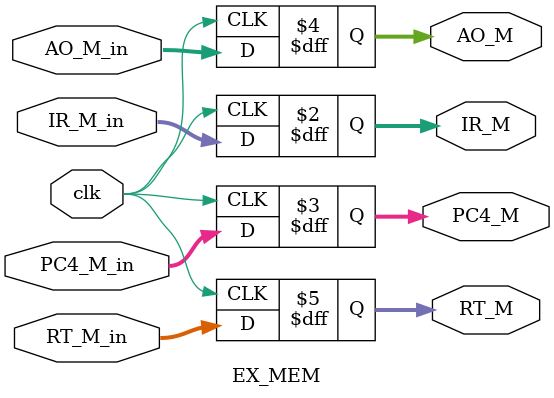
<source format=v>
module EX_MEM(clk,IR_M_in,PC4_M_in,AO_M_in,RT_M_in//input
                 ,IR_M,PC4_M,AO_M,RT_M);//output
   parameter WIDTH=32;
   input clk;
   input [WIDTH-1:0]IR_M_in,PC4_M_in,AO_M_in,RT_M_in;
   output reg [WIDTH-1:0]IR_M,PC4_M,AO_M,RT_M;
  
  always@(posedge clk)
  begin
    IR_M<=IR_M_in;
    PC4_M<=PC4_M_in;
    AO_M<=AO_M_in;
    RT_M<=RT_M_in;
  end
endmodule

</source>
